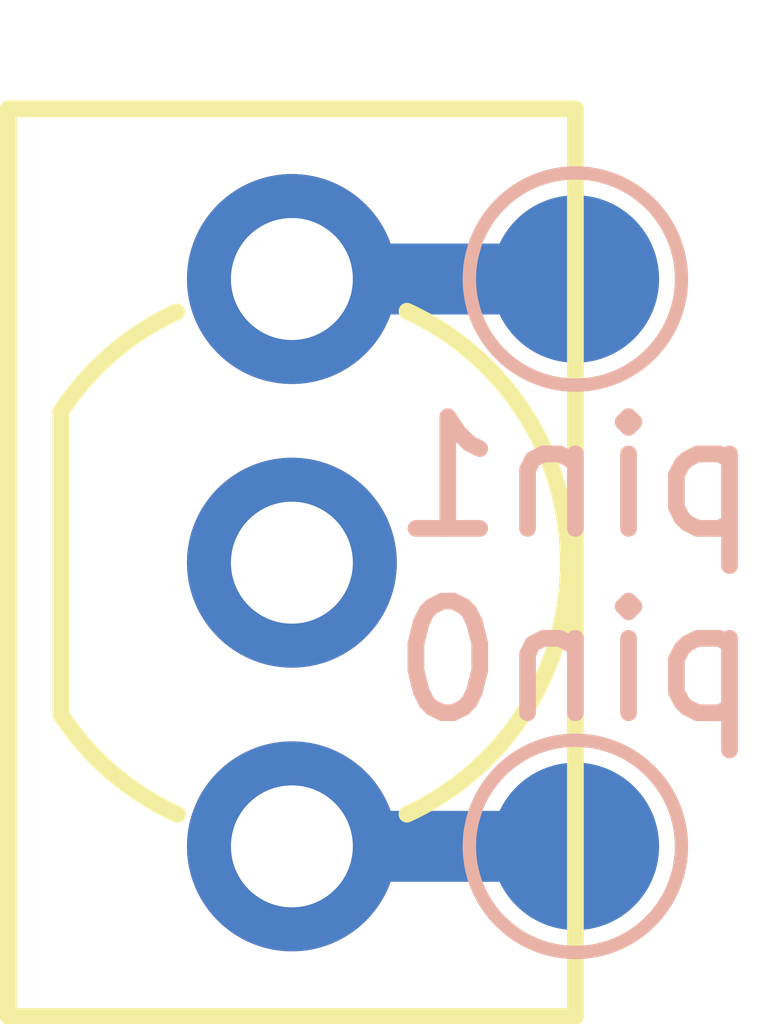
<source format=kicad_pcb>
(kicad_pcb (version 20171130) (host pcbnew "(5.1.9-0-10_14)")

  (general
    (thickness 1.6)
    (drawings 2)
    (tracks 2)
    (zones 0)
    (modules 3)
    (nets 4)
  )

  (page A4)
  (layers
    (0 F.Cu signal)
    (31 B.Cu signal)
    (32 B.Adhes user)
    (33 F.Adhes user)
    (34 B.Paste user)
    (35 F.Paste user)
    (36 B.SilkS user)
    (37 F.SilkS user)
    (38 B.Mask user)
    (39 F.Mask user)
    (40 Dwgs.User user)
    (41 Cmts.User user)
    (42 Eco1.User user)
    (43 Eco2.User user)
    (44 Edge.Cuts user)
    (45 Margin user)
    (46 B.CrtYd user hide)
    (47 F.CrtYd user hide)
    (48 B.Fab user hide)
    (49 F.Fab user hide)
  )

  (setup
    (last_trace_width 0.1524)
    (user_trace_width 0.1524)
    (user_trace_width 0.254)
    (user_trace_width 0.4064)
    (user_trace_width 0.635)
    (trace_clearance 0.1524)
    (zone_clearance 0.508)
    (zone_45_only no)
    (trace_min 0.1524)
    (via_size 0.6858)
    (via_drill 0.3048)
    (via_min_size 0.6858)
    (via_min_drill 0.3048)
    (uvia_size 0.3048)
    (uvia_drill 0.1524)
    (uvias_allowed no)
    (uvia_min_size 0.2)
    (uvia_min_drill 0.1)
    (edge_width 0.15)
    (segment_width 0.15)
    (pcb_text_width 0.3)
    (pcb_text_size 1.5 1.5)
    (mod_edge_width 0.15)
    (mod_text_size 1 1)
    (mod_text_width 0.15)
    (pad_size 1.524 1.524)
    (pad_drill 0.762)
    (pad_to_mask_clearance 0.2)
    (aux_axis_origin 0 0)
    (visible_elements FFFFFF7F)
    (pcbplotparams
      (layerselection 0x010fc_ffffffff)
      (usegerberextensions false)
      (usegerberattributes false)
      (usegerberadvancedattributes false)
      (creategerberjobfile false)
      (excludeedgelayer true)
      (linewidth 0.100000)
      (plotframeref false)
      (viasonmask false)
      (mode 1)
      (useauxorigin false)
      (hpglpennumber 1)
      (hpglpenspeed 20)
      (hpglpendiameter 15.000000)
      (psnegative false)
      (psa4output false)
      (plotreference true)
      (plotvalue true)
      (plotinvisibletext false)
      (padsonsilk false)
      (subtractmaskfromsilk false)
      (outputformat 1)
      (mirror false)
      (drillshape 1)
      (scaleselection 1)
      (outputdirectory ""))
  )

  (net 0 "")
  (net 1 +3V3)
  (net 2 "Net-(Pin0-Pad1)")
  (net 3 "Net-(Pin1-Pad1)")

  (net_class Default "This is the default net class."
    (clearance 0.1524)
    (trace_width 0.1524)
    (via_dia 0.6858)
    (via_drill 0.3048)
    (uvia_dia 0.3048)
    (uvia_drill 0.1524)
    (diff_pair_width 0.1524)
    (diff_pair_gap 0.1524)
    (add_net +3V3)
    (add_net "Net-(Pin0-Pad1)")
    (add_net "Net-(Pin1-Pad1)")
  )

  (module Switch_Thonk:SW_SPDT_Dailywell (layer F.Cu) (tedit 5FD26190) (tstamp 608ACBB9)
    (at 0 0)
    (path /5FD259E4)
    (fp_text reference ZZ1 (at 0 5.08) (layer F.SilkS) hide
      (effects (font (size 1 1) (thickness 0.15)))
    )
    (fp_text value SW_SPDT (at 0 -5.08) (layer F.Fab)
      (effects (font (size 1 1) (thickness 0.15)))
    )
    (fp_line (start -2.0701 -1.35128) (end -2.0701 1.35128) (layer F.SilkS) (width 0.15))
    (fp_line (start 2.54 -4.064) (end 2.54 4.064) (layer F.SilkS) (width 0.15))
    (fp_line (start -2.54 -4.064) (end -2.54 4.064) (layer F.SilkS) (width 0.15))
    (fp_line (start -2.54 4.064) (end 2.54 4.064) (layer F.SilkS) (width 0.15))
    (fp_line (start -2.54 -4.064) (end 2.54 -4.064) (layer F.SilkS) (width 0.15))
    (fp_arc (start 0 0) (end 2.4765 0) (angle -65.38985762) (layer F.SilkS) (width 0.15))
    (fp_arc (start 0 0) (end -1.033779 -2.245359) (angle -32.27419574) (layer F.SilkS) (width 0.15))
    (fp_arc (start 0 0) (end 2.4765 0) (angle 65.4) (layer F.SilkS) (width 0.15))
    (fp_arc (start 0 0) (end -2.070099 1.358899) (angle -32.3) (layer F.SilkS) (width 0.15))
    (pad 2 thru_hole circle (at 0 0) (size 1.8796 1.8796) (drill 1.0922) (layers *.Cu *.Mask)
      (net 1 +3V3))
    (pad 3 thru_hole circle (at 0 -2.54) (size 1.8796 1.8796) (drill 1.0922) (layers *.Cu *.Mask)
      (net 3 "Net-(Pin1-Pad1)"))
    (pad 1 thru_hole circle (at 0 2.54) (size 1.8796 1.8796) (drill 1.0922) (layers *.Cu *.Mask)
      (net 2 "Net-(Pin0-Pad1)"))
  )

  (module TestPoint:TestPoint_Pad_D1.5mm (layer B.Cu) (tedit 5A0F774F) (tstamp 60B93836)
    (at 2.54 2.54 180)
    (descr "SMD pad as test Point, diameter 1.5mm")
    (tags "test point SMD pad")
    (path /60B942BC)
    (attr virtual)
    (fp_text reference Pin0 (at 0 1.648) (layer B.SilkS) hide
      (effects (font (size 1 1) (thickness 0.15)) (justify mirror))
    )
    (fp_text value TestPoint (at 0 -1.75) (layer B.Fab)
      (effects (font (size 1 1) (thickness 0.15)) (justify mirror))
    )
    (fp_circle (center 0 0) (end 0 -0.95) (layer B.SilkS) (width 0.12))
    (fp_circle (center 0 0) (end 1.25 0) (layer B.CrtYd) (width 0.05))
    (fp_text user %R (at 0 1.65) (layer B.Fab)
      (effects (font (size 1 1) (thickness 0.15)) (justify mirror))
    )
    (pad 1 smd circle (at 0 0 180) (size 1.5 1.5) (layers B.Cu B.Mask)
      (net 2 "Net-(Pin0-Pad1)"))
  )

  (module TestPoint:TestPoint_Pad_D1.5mm (layer B.Cu) (tedit 5A0F774F) (tstamp 60B938BE)
    (at 2.54 -2.54 180)
    (descr "SMD pad as test Point, diameter 1.5mm")
    (tags "test point SMD pad")
    (path /60B947FF)
    (attr virtual)
    (fp_text reference Pin1 (at 0 -1.778) (layer B.SilkS) hide
      (effects (font (size 1 1) (thickness 0.15)) (justify mirror))
    )
    (fp_text value TestPoint (at 0 -1.75) (layer B.Fab)
      (effects (font (size 1 1) (thickness 0.15)) (justify mirror))
    )
    (fp_circle (center 0 0) (end 1.25 0) (layer B.CrtYd) (width 0.05))
    (fp_circle (center 0 0) (end 0 -0.95) (layer B.SilkS) (width 0.12))
    (fp_text user %R (at 0 1.65) (layer B.Fab)
      (effects (font (size 1 1) (thickness 0.15)) (justify mirror))
    )
    (pad 1 smd circle (at 0 0 180) (size 1.5 1.5) (layers B.Cu B.Mask)
      (net 3 "Net-(Pin1-Pad1)"))
  )

  (gr_text pin0 (at 2.54 0.889) (layer B.SilkS) (tstamp 60BA58BD)
    (effects (font (size 1 1) (thickness 0.15)) (justify mirror))
  )
  (gr_text pin1 (at 2.54 -0.762) (layer B.SilkS)
    (effects (font (size 1 1) (thickness 0.15)) (justify mirror))
  )

  (segment (start 0 2.54) (end 2.54 2.54) (width 0.635) (layer B.Cu) (net 2))
  (segment (start 0 -2.54) (end 2.54 -2.54) (width 0.635) (layer B.Cu) (net 3))

)

</source>
